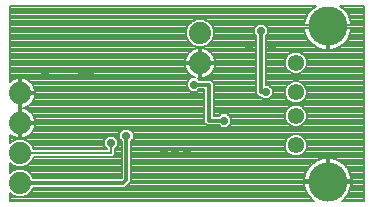
<source format=gbl>
G75*
%MOIN*%
%OFA0B0*%
%FSLAX25Y25*%
%IPPOS*%
%LPD*%
%AMOC8*
5,1,8,0,0,1.08239X$1,22.5*
%
%ADD10C,0.05433*%
%ADD11C,0.13055*%
%ADD12C,0.07400*%
%ADD13C,0.02778*%
%ADD14C,0.00787*%
%ADD15C,0.01181*%
D10*
X0102205Y0025472D03*
X0102205Y0035315D03*
X0102205Y0043189D03*
X0102205Y0053031D03*
D11*
X0112874Y0065118D03*
X0112874Y0013386D03*
D12*
X0070315Y0052874D03*
X0070315Y0062874D03*
X0010315Y0042874D03*
X0010315Y0032874D03*
X0010315Y0022874D03*
X0010315Y0012874D03*
D13*
X0040630Y0026161D03*
X0045748Y0028720D03*
X0058346Y0023504D03*
X0062087Y0023504D03*
X0066024Y0023504D03*
X0078228Y0033740D03*
X0092205Y0043189D03*
X0068189Y0045748D03*
X0086693Y0058150D03*
X0094370Y0058150D03*
X0090630Y0063661D03*
X0033740Y0049488D03*
X0030787Y0049488D03*
X0018583Y0049488D03*
D14*
X0006969Y0009596D02*
X0006969Y0006969D01*
X0108225Y0006969D01*
X0107640Y0007418D01*
X0106906Y0008152D01*
X0106274Y0008976D01*
X0105754Y0009875D01*
X0105357Y0010834D01*
X0105088Y0011837D01*
X0104953Y0012867D01*
X0104953Y0012992D01*
X0112480Y0012992D01*
X0112480Y0013780D01*
X0112480Y0021307D01*
X0112355Y0021307D01*
X0111325Y0021172D01*
X0110322Y0020903D01*
X0109363Y0020505D01*
X0108464Y0019986D01*
X0107640Y0019354D01*
X0106906Y0018620D01*
X0106274Y0017796D01*
X0105754Y0016897D01*
X0105357Y0015937D01*
X0105088Y0014934D01*
X0104953Y0013905D01*
X0104953Y0013780D01*
X0112480Y0013780D01*
X0113268Y0013780D01*
X0113268Y0021307D01*
X0113393Y0021307D01*
X0114423Y0021172D01*
X0115426Y0020903D01*
X0116385Y0020505D01*
X0117284Y0019986D01*
X0118108Y0019354D01*
X0118842Y0018620D01*
X0119474Y0017796D01*
X0119994Y0016897D01*
X0120391Y0015937D01*
X0120660Y0014934D01*
X0120795Y0013905D01*
X0120795Y0013780D01*
X0113268Y0013780D01*
X0113268Y0012992D01*
X0120795Y0012992D01*
X0120795Y0012867D01*
X0120660Y0011837D01*
X0120391Y0010834D01*
X0119994Y0009875D01*
X0119474Y0008976D01*
X0118842Y0008152D01*
X0118108Y0007418D01*
X0117523Y0006969D01*
X0125079Y0006969D01*
X0125079Y0071929D01*
X0116919Y0071929D01*
X0117284Y0071719D01*
X0118108Y0071086D01*
X0118842Y0070352D01*
X0119474Y0069528D01*
X0119994Y0068629D01*
X0120391Y0067670D01*
X0120660Y0066667D01*
X0120795Y0065637D01*
X0120795Y0065512D01*
X0113268Y0065512D01*
X0113268Y0064724D01*
X0113268Y0057197D01*
X0113393Y0057197D01*
X0114423Y0057332D01*
X0115426Y0057601D01*
X0116385Y0057998D01*
X0117284Y0058518D01*
X0118108Y0059150D01*
X0118842Y0059884D01*
X0119474Y0060708D01*
X0119994Y0061607D01*
X0120391Y0062566D01*
X0120660Y0063569D01*
X0120795Y0064599D01*
X0120795Y0064724D01*
X0113268Y0064724D01*
X0112480Y0064724D01*
X0112480Y0057197D01*
X0112355Y0057197D01*
X0111325Y0057332D01*
X0110322Y0057601D01*
X0109363Y0057998D01*
X0108464Y0058518D01*
X0107640Y0059150D01*
X0106906Y0059884D01*
X0106274Y0060708D01*
X0105754Y0061607D01*
X0105357Y0062566D01*
X0105088Y0063569D01*
X0104953Y0064599D01*
X0104953Y0064724D01*
X0112480Y0064724D01*
X0112480Y0065512D01*
X0104953Y0065512D01*
X0104953Y0065637D01*
X0105088Y0066667D01*
X0105357Y0067670D01*
X0105754Y0068629D01*
X0106274Y0069528D01*
X0106906Y0070352D01*
X0107640Y0071086D01*
X0108464Y0071719D01*
X0108829Y0071929D01*
X0006969Y0071929D01*
X0006969Y0046731D01*
X0006997Y0046759D01*
X0007645Y0047231D01*
X0008360Y0047595D01*
X0009122Y0047842D01*
X0009914Y0047968D01*
X0009921Y0047968D01*
X0009921Y0043268D01*
X0010709Y0043268D01*
X0015409Y0043268D01*
X0015409Y0043275D01*
X0015283Y0044067D01*
X0015035Y0044829D01*
X0014671Y0045544D01*
X0014200Y0046192D01*
X0013633Y0046759D01*
X0012985Y0047231D01*
X0012270Y0047595D01*
X0011508Y0047842D01*
X0010716Y0047968D01*
X0010709Y0047968D01*
X0010709Y0043268D01*
X0010709Y0042480D01*
X0015409Y0042480D01*
X0015409Y0042473D01*
X0015283Y0041681D01*
X0015035Y0040919D01*
X0014671Y0040204D01*
X0014200Y0039556D01*
X0013633Y0038989D01*
X0012985Y0038517D01*
X0012270Y0038153D01*
X0011508Y0037906D01*
X0011307Y0037874D01*
X0011508Y0037842D01*
X0012270Y0037595D01*
X0012985Y0037231D01*
X0013633Y0036759D01*
X0014200Y0036192D01*
X0014671Y0035544D01*
X0015035Y0034829D01*
X0015283Y0034067D01*
X0015409Y0033275D01*
X0015409Y0033268D01*
X0010709Y0033268D01*
X0010709Y0032480D01*
X0015409Y0032480D01*
X0015409Y0032473D01*
X0015283Y0031681D01*
X0015035Y0030919D01*
X0014671Y0030204D01*
X0014200Y0029556D01*
X0013633Y0028989D01*
X0012985Y0028517D01*
X0012270Y0028153D01*
X0011508Y0027906D01*
X0010716Y0027780D01*
X0010709Y0027780D01*
X0010709Y0032480D01*
X0009921Y0032480D01*
X0009921Y0027780D01*
X0009914Y0027780D01*
X0009122Y0027906D01*
X0008360Y0028153D01*
X0007645Y0028517D01*
X0006997Y0028989D01*
X0006969Y0029017D01*
X0006969Y0026152D01*
X0007662Y0026845D01*
X0009383Y0027558D01*
X0011247Y0027558D01*
X0012968Y0026845D01*
X0014286Y0025527D01*
X0014814Y0024252D01*
X0039183Y0024252D01*
X0038257Y0025178D01*
X0038257Y0027144D01*
X0039647Y0028535D01*
X0041613Y0028535D01*
X0043003Y0027144D01*
X0043003Y0025178D01*
X0042008Y0024183D01*
X0042008Y0022303D01*
X0041201Y0021496D01*
X0014814Y0021496D01*
X0014286Y0020221D01*
X0012968Y0018903D01*
X0011247Y0018190D01*
X0009383Y0018190D01*
X0007662Y0018903D01*
X0006969Y0019596D01*
X0006969Y0016152D01*
X0007662Y0016845D01*
X0009383Y0017558D01*
X0011247Y0017558D01*
X0012968Y0016845D01*
X0014286Y0015527D01*
X0014733Y0014449D01*
X0044111Y0014449D01*
X0044173Y0014511D01*
X0044173Y0026939D01*
X0043375Y0027737D01*
X0043375Y0029703D01*
X0044765Y0031094D01*
X0046731Y0031094D01*
X0048121Y0029703D01*
X0048121Y0027737D01*
X0047323Y0026939D01*
X0047323Y0013206D01*
X0045416Y0011299D01*
X0014733Y0011299D01*
X0014286Y0010221D01*
X0012968Y0008903D01*
X0011247Y0008190D01*
X0009383Y0008190D01*
X0007662Y0008903D01*
X0006969Y0009596D01*
X0006969Y0008930D02*
X0007635Y0008930D01*
X0006969Y0008144D02*
X0106914Y0008144D01*
X0106309Y0008930D02*
X0012995Y0008930D01*
X0013781Y0009715D02*
X0105846Y0009715D01*
X0105495Y0010501D02*
X0014402Y0010501D01*
X0014728Y0011287D02*
X0105236Y0011287D01*
X0105057Y0012073D02*
X0046190Y0012073D01*
X0046976Y0012859D02*
X0104954Y0012859D01*
X0105022Y0014431D02*
X0047323Y0014431D01*
X0047323Y0015217D02*
X0105164Y0015217D01*
X0105384Y0016003D02*
X0047323Y0016003D01*
X0047323Y0016789D02*
X0105710Y0016789D01*
X0106146Y0017575D02*
X0047323Y0017575D01*
X0047323Y0018361D02*
X0106707Y0018361D01*
X0107432Y0019146D02*
X0047323Y0019146D01*
X0047323Y0019932D02*
X0108394Y0019932D01*
X0109877Y0020718D02*
X0047323Y0020718D01*
X0047323Y0021504D02*
X0125079Y0021504D01*
X0125079Y0020718D02*
X0115871Y0020718D01*
X0117355Y0019932D02*
X0125079Y0019932D01*
X0125079Y0019146D02*
X0118316Y0019146D01*
X0119041Y0018361D02*
X0125079Y0018361D01*
X0125079Y0017575D02*
X0119602Y0017575D01*
X0120038Y0016789D02*
X0125079Y0016789D01*
X0125079Y0016003D02*
X0120364Y0016003D01*
X0120584Y0015217D02*
X0125079Y0015217D01*
X0125079Y0014431D02*
X0120726Y0014431D01*
X0120794Y0012859D02*
X0125079Y0012859D01*
X0125079Y0012073D02*
X0120691Y0012073D01*
X0120512Y0011287D02*
X0125079Y0011287D01*
X0125079Y0010501D02*
X0120253Y0010501D01*
X0119902Y0009715D02*
X0125079Y0009715D01*
X0125079Y0008930D02*
X0119439Y0008930D01*
X0118834Y0008144D02*
X0125079Y0008144D01*
X0125079Y0007358D02*
X0118030Y0007358D01*
X0107718Y0007358D02*
X0006969Y0007358D01*
X0014415Y0015217D02*
X0044173Y0015217D01*
X0044173Y0016003D02*
X0013811Y0016003D01*
X0013025Y0016789D02*
X0044173Y0016789D01*
X0044173Y0017575D02*
X0006969Y0017575D01*
X0006969Y0018361D02*
X0008971Y0018361D01*
X0007418Y0019146D02*
X0006969Y0019146D01*
X0006969Y0016789D02*
X0007605Y0016789D01*
X0011659Y0018361D02*
X0044173Y0018361D01*
X0044173Y0019146D02*
X0013212Y0019146D01*
X0013998Y0019932D02*
X0044173Y0019932D01*
X0044173Y0020718D02*
X0014492Y0020718D01*
X0010315Y0022874D02*
X0040630Y0022874D01*
X0040630Y0026161D01*
X0043003Y0026220D02*
X0044173Y0026220D01*
X0044107Y0027006D02*
X0043003Y0027006D01*
X0043375Y0027791D02*
X0042356Y0027791D01*
X0043375Y0028577D02*
X0013067Y0028577D01*
X0014008Y0029363D02*
X0043375Y0029363D01*
X0043821Y0030149D02*
X0014631Y0030149D01*
X0015041Y0030935D02*
X0044606Y0030935D01*
X0046890Y0030935D02*
X0125079Y0030935D01*
X0125079Y0030149D02*
X0047676Y0030149D01*
X0048121Y0029363D02*
X0125079Y0029363D01*
X0125079Y0028577D02*
X0104333Y0028577D01*
X0104301Y0028610D02*
X0102941Y0029173D01*
X0101469Y0029173D01*
X0100108Y0028610D01*
X0099067Y0027569D01*
X0098504Y0026209D01*
X0098504Y0024736D01*
X0099067Y0023376D01*
X0100108Y0022335D01*
X0101469Y0021772D01*
X0102941Y0021772D01*
X0104301Y0022335D01*
X0105342Y0023376D01*
X0105905Y0024736D01*
X0105905Y0026209D01*
X0105342Y0027569D01*
X0104301Y0028610D01*
X0105119Y0027791D02*
X0125079Y0027791D01*
X0125079Y0027006D02*
X0105575Y0027006D01*
X0105901Y0026220D02*
X0125079Y0026220D01*
X0125079Y0025434D02*
X0105905Y0025434D01*
X0105869Y0024648D02*
X0125079Y0024648D01*
X0125079Y0023862D02*
X0105543Y0023862D01*
X0105042Y0023076D02*
X0125079Y0023076D01*
X0125079Y0022290D02*
X0104192Y0022290D01*
X0100217Y0022290D02*
X0047323Y0022290D01*
X0047323Y0023076D02*
X0099367Y0023076D01*
X0098866Y0023862D02*
X0047323Y0023862D01*
X0047323Y0024648D02*
X0098541Y0024648D01*
X0098504Y0025434D02*
X0047323Y0025434D01*
X0047323Y0026220D02*
X0098509Y0026220D01*
X0098834Y0027006D02*
X0047389Y0027006D01*
X0048121Y0027791D02*
X0099290Y0027791D01*
X0100076Y0028577D02*
X0048121Y0028577D01*
X0044173Y0025434D02*
X0043003Y0025434D01*
X0042473Y0024648D02*
X0044173Y0024648D01*
X0044173Y0023862D02*
X0042008Y0023862D01*
X0042008Y0023076D02*
X0044173Y0023076D01*
X0044173Y0022290D02*
X0041995Y0022290D01*
X0041209Y0021504D02*
X0044173Y0021504D01*
X0038787Y0024648D02*
X0014650Y0024648D01*
X0014325Y0025434D02*
X0038257Y0025434D01*
X0038257Y0026220D02*
X0013594Y0026220D01*
X0012581Y0027006D02*
X0038257Y0027006D01*
X0038904Y0027791D02*
X0010786Y0027791D01*
X0010709Y0027791D02*
X0009921Y0027791D01*
X0009844Y0027791D02*
X0006969Y0027791D01*
X0006969Y0027006D02*
X0008049Y0027006D01*
X0007036Y0026220D02*
X0006969Y0026220D01*
X0006969Y0028577D02*
X0007563Y0028577D01*
X0009921Y0028577D02*
X0010709Y0028577D01*
X0010709Y0029363D02*
X0009921Y0029363D01*
X0009921Y0030149D02*
X0010709Y0030149D01*
X0010709Y0030935D02*
X0009921Y0030935D01*
X0009921Y0031721D02*
X0010709Y0031721D01*
X0010709Y0032507D02*
X0072313Y0032507D01*
X0072655Y0032165D02*
X0076447Y0032165D01*
X0077245Y0031367D01*
X0079211Y0031367D01*
X0080602Y0032757D01*
X0080602Y0034723D01*
X0079211Y0036113D01*
X0077245Y0036113D01*
X0076447Y0035315D01*
X0074882Y0035315D01*
X0074882Y0046400D01*
X0073959Y0047323D01*
X0069970Y0047323D01*
X0069437Y0047856D01*
X0069914Y0047780D01*
X0069921Y0047780D01*
X0069921Y0052480D01*
X0070709Y0052480D01*
X0070709Y0053268D01*
X0075409Y0053268D01*
X0075409Y0053275D01*
X0075283Y0054067D01*
X0075035Y0054829D01*
X0074671Y0055544D01*
X0074200Y0056192D01*
X0073633Y0056759D01*
X0072985Y0057231D01*
X0072270Y0057595D01*
X0071508Y0057842D01*
X0070716Y0057968D01*
X0070709Y0057968D01*
X0070709Y0053268D01*
X0069921Y0053268D01*
X0069921Y0057968D01*
X0069914Y0057968D01*
X0069122Y0057842D01*
X0068360Y0057595D01*
X0067645Y0057231D01*
X0066997Y0056759D01*
X0066430Y0056192D01*
X0065958Y0055544D01*
X0065594Y0054829D01*
X0065347Y0054067D01*
X0065221Y0053275D01*
X0065221Y0053268D01*
X0069921Y0053268D01*
X0069921Y0052480D01*
X0065221Y0052480D01*
X0065221Y0052473D01*
X0065347Y0051681D01*
X0065594Y0050919D01*
X0065958Y0050204D01*
X0066430Y0049556D01*
X0066997Y0048989D01*
X0067645Y0048517D01*
X0068360Y0048153D01*
X0068459Y0048121D01*
X0067206Y0048121D01*
X0065816Y0046731D01*
X0065816Y0044765D01*
X0067206Y0043375D01*
X0069172Y0043375D01*
X0069970Y0044173D01*
X0071732Y0044173D01*
X0071732Y0033088D01*
X0072655Y0032165D01*
X0071732Y0033293D02*
X0015406Y0033293D01*
X0015279Y0034079D02*
X0071732Y0034079D01*
X0071732Y0034865D02*
X0015017Y0034865D01*
X0014594Y0035651D02*
X0071732Y0035651D01*
X0071732Y0036437D02*
X0013956Y0036437D01*
X0012996Y0037222D02*
X0071732Y0037222D01*
X0071732Y0038008D02*
X0011824Y0038008D01*
X0010709Y0038008D02*
X0009921Y0038008D01*
X0009921Y0037222D02*
X0010709Y0037222D01*
X0010709Y0037780D02*
X0010709Y0042480D01*
X0009921Y0042480D01*
X0009921Y0033268D01*
X0010709Y0033268D01*
X0010709Y0037780D01*
X0010709Y0038794D02*
X0009921Y0038794D01*
X0009921Y0039580D02*
X0010709Y0039580D01*
X0010709Y0040366D02*
X0009921Y0040366D01*
X0009921Y0041152D02*
X0010709Y0041152D01*
X0010709Y0041938D02*
X0009921Y0041938D01*
X0010709Y0042724D02*
X0071732Y0042724D01*
X0071732Y0043510D02*
X0069307Y0043510D01*
X0067071Y0043510D02*
X0015371Y0043510D01*
X0015209Y0044296D02*
X0066285Y0044296D01*
X0065816Y0045082D02*
X0014907Y0045082D01*
X0014436Y0045867D02*
X0065816Y0045867D01*
X0065816Y0046653D02*
X0013739Y0046653D01*
X0012575Y0047439D02*
X0066524Y0047439D01*
X0068219Y0048225D02*
X0006969Y0048225D01*
X0006969Y0047439D02*
X0008055Y0047439D01*
X0009921Y0047439D02*
X0010709Y0047439D01*
X0010709Y0046653D02*
X0009921Y0046653D01*
X0009921Y0045867D02*
X0010709Y0045867D01*
X0010709Y0045082D02*
X0009921Y0045082D01*
X0009921Y0044296D02*
X0010709Y0044296D01*
X0010709Y0043510D02*
X0009921Y0043510D01*
X0015324Y0041938D02*
X0071732Y0041938D01*
X0071732Y0041152D02*
X0015111Y0041152D01*
X0014754Y0040366D02*
X0071732Y0040366D01*
X0071732Y0039580D02*
X0014218Y0039580D01*
X0013366Y0038794D02*
X0071732Y0038794D01*
X0074882Y0038794D02*
X0100934Y0038794D01*
X0101469Y0039016D02*
X0100108Y0038452D01*
X0099067Y0037411D01*
X0098504Y0036051D01*
X0098504Y0034579D01*
X0099067Y0033219D01*
X0100108Y0032178D01*
X0101469Y0031614D01*
X0102941Y0031614D01*
X0104301Y0032178D01*
X0105342Y0033219D01*
X0105905Y0034579D01*
X0105905Y0036051D01*
X0105342Y0037411D01*
X0104301Y0038452D01*
X0102941Y0039016D01*
X0101469Y0039016D01*
X0101469Y0039488D02*
X0102941Y0039488D01*
X0104301Y0040052D01*
X0105342Y0041093D01*
X0105905Y0042453D01*
X0105905Y0043925D01*
X0105342Y0045285D01*
X0104301Y0046326D01*
X0102941Y0046890D01*
X0101469Y0046890D01*
X0100108Y0046326D01*
X0099067Y0045285D01*
X0098504Y0043925D01*
X0098504Y0042453D01*
X0099067Y0041093D01*
X0100108Y0040052D01*
X0101469Y0039488D01*
X0101247Y0039580D02*
X0074882Y0039580D01*
X0074882Y0040366D02*
X0099794Y0040366D01*
X0099043Y0041152D02*
X0093524Y0041152D01*
X0093188Y0040816D02*
X0094578Y0042206D01*
X0094578Y0044172D01*
X0093188Y0045562D01*
X0092205Y0045562D01*
X0092205Y0061880D01*
X0093003Y0062678D01*
X0093003Y0064644D01*
X0091613Y0066035D01*
X0089647Y0066035D01*
X0088257Y0064644D01*
X0088257Y0062678D01*
X0089055Y0061880D01*
X0089055Y0042537D01*
X0089978Y0041614D01*
X0090423Y0041614D01*
X0091222Y0040816D01*
X0093188Y0040816D01*
X0094310Y0041938D02*
X0098717Y0041938D01*
X0098504Y0042724D02*
X0094578Y0042724D01*
X0094578Y0043510D02*
X0098504Y0043510D01*
X0098657Y0044296D02*
X0094454Y0044296D01*
X0093668Y0045082D02*
X0098983Y0045082D01*
X0099650Y0045867D02*
X0092205Y0045867D01*
X0092205Y0046653D02*
X0100898Y0046653D01*
X0103512Y0046653D02*
X0125079Y0046653D01*
X0125079Y0045867D02*
X0104760Y0045867D01*
X0105426Y0045082D02*
X0125079Y0045082D01*
X0125079Y0044296D02*
X0105752Y0044296D01*
X0105905Y0043510D02*
X0125079Y0043510D01*
X0125079Y0042724D02*
X0105905Y0042724D01*
X0105692Y0041938D02*
X0125079Y0041938D01*
X0125079Y0041152D02*
X0105367Y0041152D01*
X0104616Y0040366D02*
X0125079Y0040366D01*
X0125079Y0039580D02*
X0103163Y0039580D01*
X0103476Y0038794D02*
X0125079Y0038794D01*
X0125079Y0038008D02*
X0104745Y0038008D01*
X0105420Y0037222D02*
X0125079Y0037222D01*
X0125079Y0036437D02*
X0105746Y0036437D01*
X0105905Y0035651D02*
X0125079Y0035651D01*
X0125079Y0034865D02*
X0105905Y0034865D01*
X0105698Y0034079D02*
X0125079Y0034079D01*
X0125079Y0033293D02*
X0105373Y0033293D01*
X0104630Y0032507D02*
X0125079Y0032507D01*
X0125079Y0031721D02*
X0103199Y0031721D01*
X0101211Y0031721D02*
X0079565Y0031721D01*
X0080351Y0032507D02*
X0099779Y0032507D01*
X0099037Y0033293D02*
X0080602Y0033293D01*
X0080602Y0034079D02*
X0098711Y0034079D01*
X0098504Y0034865D02*
X0080460Y0034865D01*
X0079674Y0035651D02*
X0098504Y0035651D01*
X0098664Y0036437D02*
X0074882Y0036437D01*
X0074882Y0037222D02*
X0098989Y0037222D01*
X0099664Y0038008D02*
X0074882Y0038008D01*
X0074882Y0035651D02*
X0076783Y0035651D01*
X0076891Y0031721D02*
X0015290Y0031721D01*
X0010709Y0033293D02*
X0009921Y0033293D01*
X0009921Y0034079D02*
X0010709Y0034079D01*
X0010709Y0034865D02*
X0009921Y0034865D01*
X0009921Y0035651D02*
X0010709Y0035651D01*
X0010709Y0036437D02*
X0009921Y0036437D01*
X0006969Y0049011D02*
X0066974Y0049011D01*
X0066254Y0049797D02*
X0006969Y0049797D01*
X0006969Y0050583D02*
X0065766Y0050583D01*
X0065448Y0051369D02*
X0006969Y0051369D01*
X0006969Y0052155D02*
X0065272Y0052155D01*
X0065293Y0053727D02*
X0006969Y0053727D01*
X0006969Y0054513D02*
X0065492Y0054513D01*
X0065833Y0055298D02*
X0006969Y0055298D01*
X0006969Y0056084D02*
X0066351Y0056084D01*
X0067149Y0056870D02*
X0006969Y0056870D01*
X0006969Y0057656D02*
X0068549Y0057656D01*
X0069383Y0058190D02*
X0071247Y0058190D01*
X0072968Y0058903D01*
X0074286Y0060221D01*
X0074999Y0061942D01*
X0074999Y0063806D01*
X0074286Y0065527D01*
X0072968Y0066845D01*
X0071247Y0067558D01*
X0069383Y0067558D01*
X0067662Y0066845D01*
X0066344Y0065527D01*
X0065631Y0063806D01*
X0065631Y0061942D01*
X0066344Y0060221D01*
X0067662Y0058903D01*
X0069383Y0058190D01*
X0068774Y0058442D02*
X0006969Y0058442D01*
X0006969Y0059228D02*
X0067336Y0059228D01*
X0066551Y0060014D02*
X0006969Y0060014D01*
X0006969Y0060800D02*
X0066104Y0060800D01*
X0065778Y0061586D02*
X0006969Y0061586D01*
X0006969Y0062372D02*
X0065631Y0062372D01*
X0065631Y0063158D02*
X0006969Y0063158D01*
X0006969Y0063943D02*
X0065688Y0063943D01*
X0066013Y0064729D02*
X0006969Y0064729D01*
X0006969Y0065515D02*
X0066339Y0065515D01*
X0067118Y0066301D02*
X0006969Y0066301D01*
X0006969Y0067087D02*
X0068246Y0067087D01*
X0072384Y0067087D02*
X0105201Y0067087D01*
X0105040Y0066301D02*
X0073512Y0066301D01*
X0074291Y0065515D02*
X0089128Y0065515D01*
X0088342Y0064729D02*
X0074617Y0064729D01*
X0074942Y0063943D02*
X0088257Y0063943D01*
X0088257Y0063158D02*
X0074999Y0063158D01*
X0074999Y0062372D02*
X0088563Y0062372D01*
X0089055Y0061586D02*
X0074852Y0061586D01*
X0074526Y0060800D02*
X0089055Y0060800D01*
X0089055Y0060014D02*
X0074079Y0060014D01*
X0073293Y0059228D02*
X0089055Y0059228D01*
X0089055Y0058442D02*
X0071856Y0058442D01*
X0072081Y0057656D02*
X0089055Y0057656D01*
X0089055Y0056870D02*
X0073481Y0056870D01*
X0074279Y0056084D02*
X0089055Y0056084D01*
X0089055Y0055298D02*
X0074796Y0055298D01*
X0075138Y0054513D02*
X0089055Y0054513D01*
X0089055Y0053727D02*
X0075337Y0053727D01*
X0075409Y0052480D02*
X0070709Y0052480D01*
X0070709Y0047780D01*
X0070716Y0047780D01*
X0071508Y0047906D01*
X0072270Y0048153D01*
X0072985Y0048517D01*
X0073633Y0048989D01*
X0074200Y0049556D01*
X0074671Y0050204D01*
X0075035Y0050919D01*
X0075283Y0051681D01*
X0075409Y0052473D01*
X0075409Y0052480D01*
X0075358Y0052155D02*
X0089055Y0052155D01*
X0089055Y0052941D02*
X0070709Y0052941D01*
X0070709Y0053727D02*
X0069921Y0053727D01*
X0069921Y0054513D02*
X0070709Y0054513D01*
X0070709Y0055298D02*
X0069921Y0055298D01*
X0069921Y0056084D02*
X0070709Y0056084D01*
X0070709Y0056870D02*
X0069921Y0056870D01*
X0069921Y0057656D02*
X0070709Y0057656D01*
X0069921Y0052941D02*
X0006969Y0052941D01*
X0006969Y0067873D02*
X0105441Y0067873D01*
X0105772Y0068659D02*
X0006969Y0068659D01*
X0006969Y0069445D02*
X0106225Y0069445D01*
X0106813Y0070231D02*
X0006969Y0070231D01*
X0006969Y0071017D02*
X0107570Y0071017D01*
X0108609Y0071803D02*
X0006969Y0071803D01*
X0069921Y0052155D02*
X0070709Y0052155D01*
X0070709Y0051369D02*
X0069921Y0051369D01*
X0069921Y0050583D02*
X0070709Y0050583D01*
X0070709Y0049797D02*
X0069921Y0049797D01*
X0069921Y0049011D02*
X0070709Y0049011D01*
X0070709Y0048225D02*
X0069921Y0048225D01*
X0069854Y0047439D02*
X0089055Y0047439D01*
X0089055Y0046653D02*
X0074629Y0046653D01*
X0074882Y0045867D02*
X0089055Y0045867D01*
X0089055Y0045082D02*
X0074882Y0045082D01*
X0074882Y0044296D02*
X0089055Y0044296D01*
X0089055Y0043510D02*
X0074882Y0043510D01*
X0074882Y0042724D02*
X0089055Y0042724D01*
X0089654Y0041938D02*
X0074882Y0041938D01*
X0074882Y0041152D02*
X0090885Y0041152D01*
X0092205Y0047439D02*
X0125079Y0047439D01*
X0125079Y0048225D02*
X0092205Y0048225D01*
X0092205Y0049011D02*
X0125079Y0049011D01*
X0125079Y0049797D02*
X0104067Y0049797D01*
X0104301Y0049894D02*
X0105342Y0050935D01*
X0105905Y0052295D01*
X0105905Y0053768D01*
X0105342Y0055128D01*
X0104301Y0056169D01*
X0102941Y0056732D01*
X0101469Y0056732D01*
X0100108Y0056169D01*
X0099067Y0055128D01*
X0098504Y0053768D01*
X0098504Y0052295D01*
X0099067Y0050935D01*
X0100108Y0049894D01*
X0101469Y0049331D01*
X0102941Y0049331D01*
X0104301Y0049894D01*
X0104990Y0050583D02*
X0125079Y0050583D01*
X0125079Y0051369D02*
X0105522Y0051369D01*
X0105847Y0052155D02*
X0125079Y0052155D01*
X0125079Y0052941D02*
X0105905Y0052941D01*
X0105905Y0053727D02*
X0125079Y0053727D01*
X0125079Y0054513D02*
X0105597Y0054513D01*
X0105171Y0055298D02*
X0125079Y0055298D01*
X0125079Y0056084D02*
X0104386Y0056084D01*
X0100024Y0056084D02*
X0092205Y0056084D01*
X0092205Y0055298D02*
X0099238Y0055298D01*
X0098812Y0054513D02*
X0092205Y0054513D01*
X0092205Y0053727D02*
X0098504Y0053727D01*
X0098504Y0052941D02*
X0092205Y0052941D01*
X0092205Y0052155D02*
X0098562Y0052155D01*
X0098888Y0051369D02*
X0092205Y0051369D01*
X0092205Y0050583D02*
X0099420Y0050583D01*
X0100343Y0049797D02*
X0092205Y0049797D01*
X0089055Y0049797D02*
X0074376Y0049797D01*
X0074864Y0050583D02*
X0089055Y0050583D01*
X0089055Y0051369D02*
X0075182Y0051369D01*
X0073656Y0049011D02*
X0089055Y0049011D01*
X0089055Y0048225D02*
X0072411Y0048225D01*
X0092205Y0056870D02*
X0125079Y0056870D01*
X0125079Y0057656D02*
X0115559Y0057656D01*
X0113268Y0057656D02*
X0112480Y0057656D01*
X0110189Y0057656D02*
X0092205Y0057656D01*
X0092205Y0058442D02*
X0108595Y0058442D01*
X0107562Y0059228D02*
X0092205Y0059228D01*
X0092205Y0060014D02*
X0106806Y0060014D01*
X0106220Y0060800D02*
X0092205Y0060800D01*
X0092205Y0061586D02*
X0105767Y0061586D01*
X0105438Y0062372D02*
X0092696Y0062372D01*
X0093003Y0063158D02*
X0105199Y0063158D01*
X0105039Y0063943D02*
X0093003Y0063943D01*
X0092918Y0064729D02*
X0112480Y0064729D01*
X0112480Y0063943D02*
X0113268Y0063943D01*
X0113268Y0063158D02*
X0112480Y0063158D01*
X0112480Y0062372D02*
X0113268Y0062372D01*
X0113268Y0061586D02*
X0112480Y0061586D01*
X0112480Y0060800D02*
X0113268Y0060800D01*
X0113268Y0060014D02*
X0112480Y0060014D01*
X0112480Y0059228D02*
X0113268Y0059228D01*
X0113268Y0058442D02*
X0112480Y0058442D01*
X0117153Y0058442D02*
X0125079Y0058442D01*
X0125079Y0059228D02*
X0118186Y0059228D01*
X0118942Y0060014D02*
X0125079Y0060014D01*
X0125079Y0060800D02*
X0119528Y0060800D01*
X0119981Y0061586D02*
X0125079Y0061586D01*
X0125079Y0062372D02*
X0120310Y0062372D01*
X0120549Y0063158D02*
X0125079Y0063158D01*
X0125079Y0063943D02*
X0120709Y0063943D01*
X0120795Y0065515D02*
X0125079Y0065515D01*
X0125079Y0064729D02*
X0113268Y0064729D01*
X0120547Y0067087D02*
X0125079Y0067087D01*
X0125079Y0066301D02*
X0120708Y0066301D01*
X0120307Y0067873D02*
X0125079Y0067873D01*
X0125079Y0068659D02*
X0119976Y0068659D01*
X0119523Y0069445D02*
X0125079Y0069445D01*
X0125079Y0070231D02*
X0118935Y0070231D01*
X0118178Y0071017D02*
X0125079Y0071017D01*
X0125079Y0071803D02*
X0117139Y0071803D01*
X0104953Y0065515D02*
X0092132Y0065515D01*
X0112480Y0020718D02*
X0113268Y0020718D01*
X0113268Y0019932D02*
X0112480Y0019932D01*
X0112480Y0019146D02*
X0113268Y0019146D01*
X0113268Y0018361D02*
X0112480Y0018361D01*
X0112480Y0017575D02*
X0113268Y0017575D01*
X0113268Y0016789D02*
X0112480Y0016789D01*
X0112480Y0016003D02*
X0113268Y0016003D01*
X0113268Y0015217D02*
X0112480Y0015217D01*
X0112480Y0014431D02*
X0113268Y0014431D01*
X0113268Y0013645D02*
X0125079Y0013645D01*
X0112480Y0013645D02*
X0047323Y0013645D01*
D15*
X0045748Y0013858D02*
X0044764Y0012874D01*
X0010315Y0012874D01*
X0045748Y0013858D02*
X0045748Y0028720D01*
X0073307Y0033740D02*
X0078228Y0033740D01*
X0073307Y0033740D02*
X0073307Y0045748D01*
X0068189Y0045748D01*
X0090630Y0043189D02*
X0092205Y0043189D01*
X0090630Y0043189D02*
X0090630Y0063661D01*
M02*

</source>
